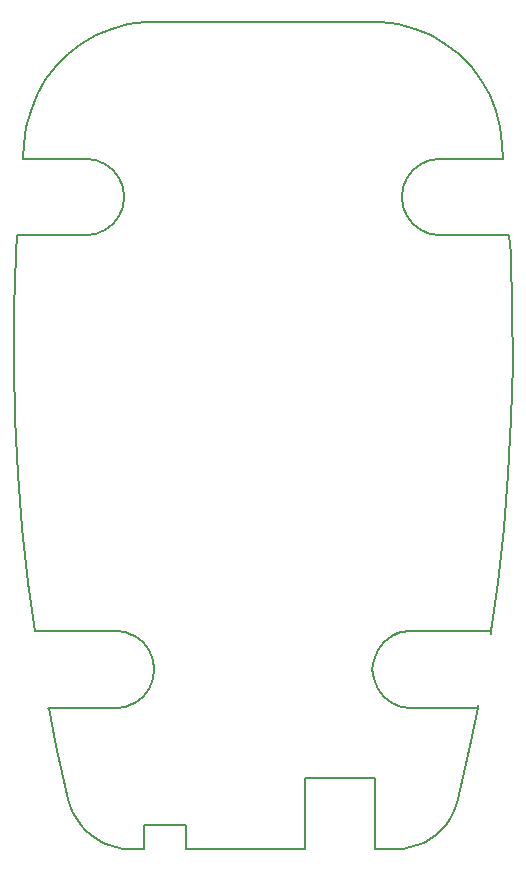
<source format=gbr>
G04 #@! TF.GenerationSoftware,KiCad,Pcbnew,(5.0.2)-1*
G04 #@! TF.CreationDate,2019-02-16T20:24:50+11:00*
G04 #@! TF.ProjectId,lightning trigger,6c696768-746e-4696-9e67-207472696767,rev?*
G04 #@! TF.SameCoordinates,Original*
G04 #@! TF.FileFunction,Profile,NP*
%FSLAX46Y46*%
G04 Gerber Fmt 4.6, Leading zero omitted, Abs format (unit mm)*
G04 Created by KiCad (PCBNEW (5.0.2)-1) date 16/02/2019 8:24:50 PM*
%MOMM*%
%LPD*%
G01*
G04 APERTURE LIST*
%ADD10C,0.200000*%
G04 APERTURE END LIST*
D10*
X21099207Y10732462D02*
X21123188Y6079390D01*
X20767309Y-3219096D02*
X20387747Y-7856724D01*
X10874984Y-22616423D02*
X11658822Y-22941100D01*
X20940602Y15382892D02*
X21099207Y10732462D01*
X10874984Y-16987258D02*
X10201887Y-17503744D01*
X9249984Y-19801841D02*
X9360725Y-20643003D01*
X9685401Y-18176841D02*
X9360725Y-18960679D01*
X11658822Y-16662582D02*
X10874984Y-16987258D01*
X21012524Y1427572D02*
X20767309Y-3219096D01*
X19302462Y-16551829D02*
X12499984Y-16551841D01*
X14999949Y16948164D02*
X20826034Y16948174D01*
X21123188Y6079390D02*
X21012524Y1427572D01*
X19874157Y-12481427D02*
X19302462Y-16551829D01*
X10201887Y-22099938D02*
X10874984Y-22616423D01*
X9685401Y-21426841D02*
X10201887Y-22099938D01*
X20826034Y16948174D02*
X20940602Y15382892D01*
X10201887Y-17503744D02*
X9685401Y-18176841D01*
X20387747Y-7856724D02*
X19874157Y-12481427D01*
X12499984Y-16551841D02*
X11658822Y-16662582D01*
X9360725Y-18960679D02*
X9249984Y-19801841D01*
X14158787Y17058905D02*
X14999949Y16948164D01*
X9360725Y-20643003D02*
X9685401Y-21426841D01*
X3500001Y-34996286D02*
X-6499999Y-35001863D01*
X11839617Y-34967581D02*
X11233341Y-35001843D01*
X9500001Y-34991138D02*
X9500001Y-28996286D01*
X11233341Y-35001843D02*
X9500001Y-34991138D01*
X-10099999Y-33001863D02*
X-10099999Y-35006619D01*
X15807918Y-32454742D02*
X15459472Y-32952065D01*
X15459472Y-32952065D02*
X15057217Y-33406966D01*
X14606274Y-33813654D02*
X14112385Y-34166949D01*
X15057217Y-33406966D02*
X14606274Y-33813654D01*
X-11839471Y-34967623D02*
X-12438028Y-34865280D01*
X16326376Y-31358620D02*
X16098118Y-31921330D01*
X16098118Y-31921330D02*
X15807918Y-32454742D01*
X16489787Y-30773777D02*
X16326376Y-31358620D01*
X17534075Y-26239340D02*
X16489787Y-30773777D01*
X12438174Y-34865236D02*
X11839617Y-34967581D01*
X13021389Y-34696109D02*
X12438174Y-34865236D01*
X14112385Y-34166949D02*
X13581838Y-34462355D01*
X13581838Y-34462355D02*
X13021389Y-34696109D01*
X-11233195Y-35001883D02*
X-11839471Y-34967623D01*
X18171645Y-23051831D02*
X18221645Y-22801853D01*
X18171645Y-23051831D02*
X17534075Y-26239340D01*
X12499984Y-23051841D02*
X18171645Y-23051831D01*
X11658822Y-22941100D02*
X12499984Y-23051841D01*
X-10099999Y-35006619D02*
X-11233195Y-35001883D01*
X19267346Y-16801851D02*
X19302462Y-16551829D01*
X-18171541Y-23051895D02*
X-18221542Y-23051895D01*
X3500001Y-28996286D02*
X3500001Y-34996286D01*
X9500001Y-28996286D02*
X3500001Y-28996286D01*
X-6499999Y-35001863D02*
X-6499999Y-33001863D01*
X-6499999Y-33001863D02*
X-10099999Y-33001863D01*
X-11322605Y-16801905D02*
X-11658854Y-16662626D01*
X-12438028Y-34865280D02*
X-13021245Y-34696155D01*
X-14158889Y17058852D02*
X-13822737Y17198090D01*
X-11658854Y-16662626D02*
X-12500016Y-16551885D01*
X-15000051Y16948110D02*
X-14158889Y17058852D01*
X-9360757Y-20643047D02*
X-9250016Y-19801885D01*
X-20841848Y16948100D02*
X-15000051Y16948110D01*
X-21099223Y10732388D02*
X-20940635Y15382818D01*
X-20767275Y-3219170D02*
X-21012507Y1427498D01*
X-9250016Y-19801885D02*
X-9360757Y-18960723D01*
X-15057077Y-33407019D02*
X-15459334Y-32952120D01*
X-19302381Y-16551897D02*
X-19874091Y-12481498D01*
X-9685433Y-18176885D02*
X-10201919Y-17503788D01*
X-10875016Y-22616468D02*
X-10201919Y-22099982D01*
X-11322702Y-22801905D02*
X-10875016Y-22616468D01*
X-11658854Y-22941144D02*
X-11322702Y-22801905D01*
X-18171541Y-23051895D02*
X-12500016Y-23051885D01*
X-16489657Y-30773836D02*
X-17533960Y-26239402D01*
X-16097983Y-31921387D02*
X-16326243Y-31358678D01*
X-16326243Y-31358678D02*
X-16489657Y-30773836D01*
X-15807781Y-32454798D02*
X-16097983Y-31921387D01*
X-13021245Y-34696155D02*
X-13581695Y-34462403D01*
X-20940635Y15382818D02*
X-20841848Y16948100D01*
X-11860792Y21039272D02*
X-12185468Y21823110D01*
X-21012507Y1427498D02*
X-21123187Y6079315D01*
X-11750051Y20198110D02*
X-11860792Y21039272D01*
X-13375051Y17383528D02*
X-12701954Y17900013D01*
X-10875016Y-16987303D02*
X-11322605Y-16801905D01*
X-11860792Y19356949D02*
X-11750051Y20198110D01*
X-9360757Y-18960723D02*
X-9685433Y-18176885D01*
X-12185468Y18573110D02*
X-11860792Y19356949D01*
X-12701954Y17900013D02*
X-12185468Y18573110D01*
X-14112242Y-34166999D02*
X-14606133Y-33813705D01*
X-10201919Y-17503788D02*
X-10875016Y-16987303D01*
X-12500016Y-23051885D02*
X-11658854Y-22941144D01*
X-17533960Y-26239402D02*
X-18171541Y-23051895D01*
X-14606133Y-33813705D02*
X-15057077Y-33407019D01*
X-13822737Y17198090D02*
X-13375051Y17383528D01*
X-20387697Y-7856796D02*
X-20767275Y-3219170D01*
X-9685433Y-21426885D02*
X-9360757Y-20643047D01*
X-10201919Y-22099982D02*
X-9685433Y-21426885D01*
X-19874091Y-12481498D02*
X-20387697Y-7856796D01*
X-15459334Y-32952120D02*
X-15807781Y-32454798D01*
X-12500016Y-16551885D02*
X-19302381Y-16551897D01*
X-21123187Y6079315D02*
X-21099223Y10732388D01*
X-13581695Y-34462403D02*
X-14112242Y-34166999D01*
X-12185468Y21823110D02*
X-12701954Y22496207D01*
X12835526Y34451501D02*
X14171671Y33897713D01*
X-17582720Y31257150D02*
X-16566440Y32286296D01*
X-19163836Y28842399D02*
X-18453640Y30102394D01*
X19163755Y28842467D02*
X19700701Y27499465D01*
X-13822640Y23198090D02*
X-14158889Y23337369D01*
X11437773Y34823323D02*
X12835526Y34451501D01*
X11860690Y19357002D02*
X12185366Y18573164D01*
X14158787Y23337422D02*
X13374949Y23012746D01*
X11749949Y20198164D02*
X11860690Y19357002D01*
X11860690Y21039325D02*
X11749949Y20198164D01*
X20220163Y24660255D02*
X20331953Y23448173D01*
X15422635Y33171728D02*
X16566348Y32286354D01*
X-8556836Y34998122D02*
X-51Y34998137D01*
X-19700777Y27499395D02*
X-19163836Y28842399D01*
X-12835627Y34451456D02*
X-11437875Y34823282D01*
X12185366Y21823164D02*
X11860690Y21039325D01*
X12701852Y22496261D02*
X12185366Y21823164D01*
X-10003174Y35006582D02*
X-8556836Y34998122D01*
X-12701954Y22496207D02*
X-13375051Y23012693D01*
X8556734Y34998152D02*
X10003072Y35006618D01*
X20331953Y23448173D02*
X14999949Y23448164D01*
X20054920Y26097148D02*
X20220163Y24660255D01*
X-51Y34998137D02*
X8556734Y34998152D01*
X-15422731Y33171673D02*
X-14171769Y33897663D01*
X-11437875Y34823282D02*
X-10003174Y35006582D01*
X-15000051Y23448110D02*
X-20332014Y23448101D01*
X17582631Y31257212D02*
X18453555Y30102459D01*
X19700701Y27499465D02*
X20054920Y26097148D01*
X-20054991Y26097077D02*
X-19700777Y27499395D01*
X-20220228Y24660184D02*
X-20054991Y26097077D01*
X14171671Y33897713D02*
X15422635Y33171728D01*
X18453555Y30102459D02*
X19163755Y28842467D01*
X13374949Y17383581D02*
X14158787Y17058905D01*
X12701852Y17900067D02*
X13374949Y17383581D01*
X16566348Y32286354D02*
X17582631Y31257212D01*
X-16566440Y32286296D02*
X-15422731Y33171673D01*
X-13375051Y23012693D02*
X-13822640Y23198090D01*
X-14158889Y23337369D02*
X-15000051Y23448110D01*
X13374949Y23012746D02*
X12701852Y22496261D01*
X10003072Y35006618D02*
X11437773Y34823323D01*
X-20332014Y23448101D02*
X-20220228Y24660184D01*
X-14171769Y33897663D02*
X-12835627Y34451456D01*
X-18453640Y30102394D02*
X-17582720Y31257150D01*
X12185366Y18573164D02*
X12701852Y17900067D01*
X14999949Y23448164D02*
X14158787Y23337422D01*
X12438787Y-16548260D02*
X11598453Y-16665114D01*
X18201683Y-16548260D02*
X12438787Y-16548260D01*
X11598453Y-16665114D02*
X10816996Y-16995481D01*
M02*

</source>
